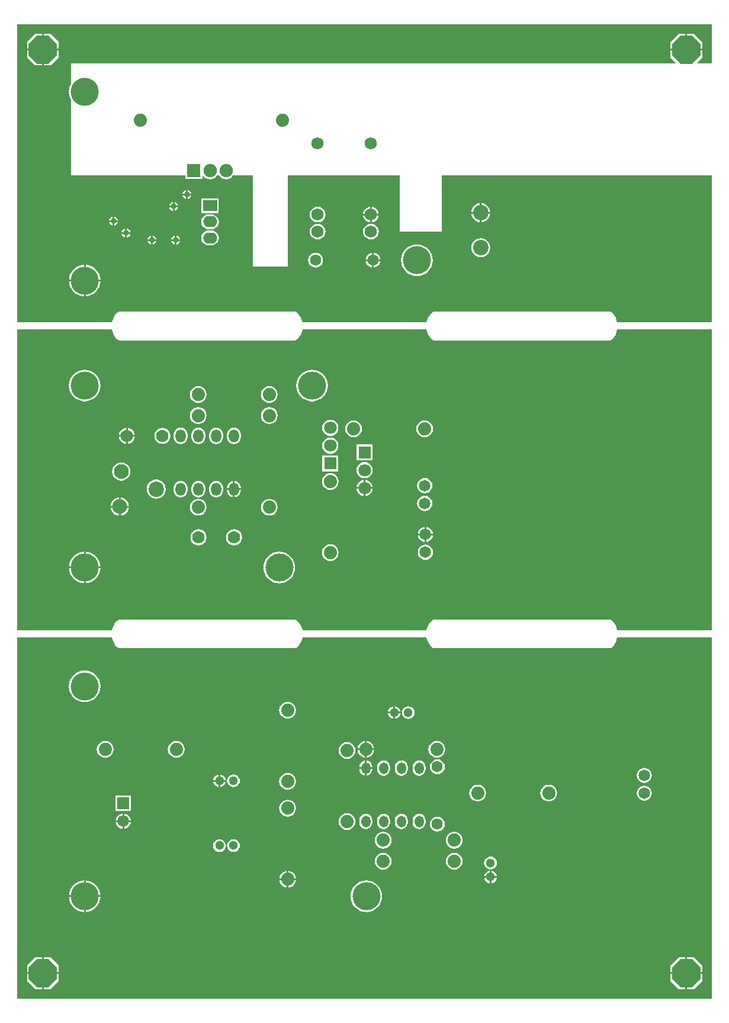
<source format=gbl>
G04*
G04 #@! TF.GenerationSoftware,Altium Limited,Altium Designer,20.0.13 (296)*
G04*
G04 Layer_Physical_Order=2*
G04 Layer_Color=16711680*
%FSLAX25Y25*%
%MOIN*%
G70*
G01*
G75*
%ADD38C,0.07400*%
%ADD44C,0.08661*%
%ADD45C,0.06800*%
%ADD46R,0.07874X0.06299*%
%ADD47O,0.07874X0.06299*%
%ADD48C,0.07480*%
%ADD49R,0.07480X0.07480*%
%ADD50C,0.15748*%
%ADD51C,0.06299*%
%ADD52C,0.06500*%
%ADD53R,0.07087X0.07087*%
%ADD54C,0.07087*%
%ADD55O,0.05748X0.07185*%
%ADD56C,0.08268*%
%ADD57C,0.07000*%
%ADD58C,0.05118*%
%ADD59O,0.05197X0.06496*%
%ADD60C,0.06600*%
%ADD61R,0.06600X0.06600*%
%ADD62P,0.17046X8X22.5*%
%ADD63C,0.03150*%
G36*
X392280Y1421D02*
X1421D01*
Y204724D01*
X54601D01*
X54912Y203428D01*
X55547Y201896D01*
X56413Y200483D01*
X57435Y199287D01*
X57483Y199215D01*
X58204Y198733D01*
X59055Y198564D01*
X157480D01*
X158331Y198733D01*
X159053Y199215D01*
X159053Y199215D01*
X159053Y199215D01*
X159101Y199287D01*
X160122Y200483D01*
X160989Y201896D01*
X161623Y203428D01*
X161934Y204724D01*
X231767D01*
X232078Y203428D01*
X232712Y201896D01*
X233578Y200483D01*
X234600Y199287D01*
X234648Y199215D01*
X235369Y198733D01*
X236221Y198564D01*
X334646D01*
X335497Y198733D01*
X336218Y199215D01*
X336218Y199215D01*
X336218Y199215D01*
X336266Y199287D01*
X337288Y200483D01*
X338154Y201896D01*
X338788Y203428D01*
X339100Y204724D01*
X392280D01*
Y1421D01*
D02*
G37*
G36*
Y208661D02*
X339100D01*
X338788Y209958D01*
X338154Y211490D01*
X337288Y212903D01*
X336266Y214099D01*
X336218Y214171D01*
X336218Y214171D01*
X335497Y214653D01*
X334646Y214822D01*
X236221D01*
X235369Y214653D01*
X234648Y214171D01*
X234600Y214099D01*
X233578Y212903D01*
X232712Y211490D01*
X232078Y209958D01*
X231767Y208661D01*
X161934D01*
X161623Y209958D01*
X160989Y211490D01*
X160122Y212903D01*
X159101Y214099D01*
X159053Y214171D01*
X159053Y214171D01*
X158331Y214653D01*
X157480Y214822D01*
X59055D01*
X58204Y214653D01*
X57483Y214171D01*
X57435Y214099D01*
X56413Y212903D01*
X55547Y211490D01*
X54912Y209958D01*
X54601Y208661D01*
X1421D01*
Y377953D01*
X54601D01*
X54912Y376656D01*
X55547Y375125D01*
X56413Y373711D01*
X57435Y372515D01*
X57483Y372443D01*
X58204Y371961D01*
X59055Y371792D01*
X157480D01*
X158331Y371961D01*
X159053Y372443D01*
X159053Y372443D01*
X159053Y372443D01*
X159101Y372515D01*
X160122Y373711D01*
X160989Y375125D01*
X161623Y376656D01*
X161934Y377953D01*
X231767D01*
X232078Y376656D01*
X232712Y375125D01*
X233578Y373711D01*
X234600Y372515D01*
X234648Y372443D01*
X235369Y371961D01*
X236221Y371792D01*
X334646D01*
X335497Y371961D01*
X336218Y372443D01*
X336218Y372443D01*
X336218Y372443D01*
X336266Y372515D01*
X337288Y373711D01*
X338154Y375125D01*
X338788Y376656D01*
X339100Y377953D01*
X392280D01*
Y208661D01*
D02*
G37*
G36*
Y527559D02*
X384043D01*
X383852Y528021D01*
X386827Y530996D01*
Y534933D01*
X369079D01*
Y530996D01*
X372054Y528021D01*
X371863Y527559D01*
X31496D01*
Y515905D01*
X31132Y515223D01*
X30624Y513551D01*
X30453Y511811D01*
X30624Y510071D01*
X31132Y508399D01*
X31496Y507717D01*
Y464567D01*
X96047D01*
Y462583D01*
X105528D01*
Y464479D01*
X106028Y464508D01*
X106462Y463942D01*
X107452Y463182D01*
X108605Y462705D01*
X109843Y462542D01*
X111080Y462705D01*
X112233Y463182D01*
X113223Y463942D01*
X113703Y464567D01*
X115038D01*
X115517Y463942D01*
X116507Y463182D01*
X117660Y462705D01*
X118898Y462542D01*
X120135Y462705D01*
X121288Y463182D01*
X122278Y463942D01*
X122758Y464567D01*
X133858D01*
Y413386D01*
X153543D01*
Y464567D01*
X216535D01*
Y433071D01*
X240158D01*
Y464567D01*
X392280D01*
Y381890D01*
X339100D01*
X338788Y383186D01*
X338154Y384718D01*
X337288Y386131D01*
X336266Y387328D01*
X336218Y387399D01*
X336218Y387399D01*
X335497Y387881D01*
X334646Y388051D01*
X236221D01*
X235369Y387881D01*
X234648Y387399D01*
X234600Y387328D01*
X233578Y386131D01*
X232712Y384718D01*
X232078Y383186D01*
X231767Y381890D01*
X161934D01*
X161623Y383186D01*
X160989Y384718D01*
X160122Y386131D01*
X159101Y387328D01*
X159053Y387399D01*
X159053Y387399D01*
X158331Y387881D01*
X157480Y388051D01*
X59055D01*
X58204Y387881D01*
X57483Y387399D01*
X57435Y387328D01*
X56413Y386131D01*
X55547Y384718D01*
X54912Y383186D01*
X54601Y381890D01*
X1421D01*
Y549760D01*
X392280D01*
Y527559D01*
D02*
G37*
%LPC*%
G36*
X39370Y186082D02*
X37631Y185911D01*
X35958Y185404D01*
X34416Y184580D01*
X33065Y183471D01*
X31956Y182119D01*
X31132Y180578D01*
X30624Y178905D01*
X30453Y177165D01*
X30624Y175426D01*
X31132Y173753D01*
X31956Y172211D01*
X33065Y170860D01*
X34416Y169751D01*
X35958Y168927D01*
X37631Y168420D01*
X39370Y168248D01*
X41110Y168420D01*
X42783Y168927D01*
X44324Y169751D01*
X45675Y170860D01*
X46784Y172211D01*
X47608Y173753D01*
X48116Y175426D01*
X48287Y177165D01*
X48116Y178905D01*
X47608Y180578D01*
X46784Y182119D01*
X45675Y183471D01*
X44324Y184580D01*
X42783Y185404D01*
X41110Y185911D01*
X39370Y186082D01*
D02*
G37*
G36*
X214083Y165926D02*
Y162902D01*
X217107D01*
X217050Y163331D01*
X216691Y164197D01*
X216121Y164940D01*
X215378Y165511D01*
X214512Y165869D01*
X214083Y165926D01*
D02*
G37*
G36*
X213083Y165926D02*
X212654Y165869D01*
X211788Y165511D01*
X211044Y164940D01*
X210474Y164197D01*
X210115Y163331D01*
X210059Y162902D01*
X213083D01*
Y165926D01*
D02*
G37*
G36*
X153543Y168441D02*
X152316Y168280D01*
X151173Y167806D01*
X150191Y167053D01*
X149438Y166071D01*
X148964Y164928D01*
X148803Y163701D01*
X148964Y162474D01*
X149438Y161330D01*
X150191Y160349D01*
X151173Y159595D01*
X152316Y159122D01*
X153543Y158960D01*
X154770Y159122D01*
X155914Y159595D01*
X156895Y160349D01*
X157649Y161330D01*
X158122Y162474D01*
X158284Y163701D01*
X158122Y164928D01*
X157649Y166071D01*
X156895Y167053D01*
X155914Y167806D01*
X154770Y168280D01*
X153543Y168441D01*
D02*
G37*
G36*
X213083Y161902D02*
X210059D01*
X210115Y161473D01*
X210474Y160607D01*
X211044Y159863D01*
X211788Y159293D01*
X212654Y158934D01*
X213083Y158878D01*
Y161902D01*
D02*
G37*
G36*
X217107D02*
X214083D01*
Y158878D01*
X214512Y158934D01*
X215378Y159293D01*
X216121Y159863D01*
X216691Y160607D01*
X217050Y161473D01*
X217107Y161902D01*
D02*
G37*
G36*
X221457Y165991D02*
X220528Y165869D01*
X219662Y165511D01*
X218918Y164940D01*
X218348Y164197D01*
X217989Y163331D01*
X217867Y162402D01*
X217989Y161473D01*
X218348Y160607D01*
X218918Y159863D01*
X219662Y159293D01*
X220528Y158934D01*
X221457Y158812D01*
X222386Y158934D01*
X223252Y159293D01*
X223995Y159863D01*
X224566Y160607D01*
X224924Y161473D01*
X225046Y162402D01*
X224924Y163331D01*
X224566Y164197D01*
X223995Y164940D01*
X223252Y165511D01*
X222386Y165869D01*
X221457Y165991D01*
D02*
G37*
G36*
X198020Y146407D02*
Y142232D01*
X202194D01*
X202099Y142959D01*
X201625Y144103D01*
X200872Y145084D01*
X199890Y145838D01*
X198747Y146311D01*
X198020Y146407D01*
D02*
G37*
G36*
X197020D02*
X196293Y146311D01*
X195149Y145838D01*
X194168Y145084D01*
X193414Y144103D01*
X192941Y142959D01*
X192845Y142232D01*
X197020D01*
Y146407D01*
D02*
G37*
G36*
X202194Y141232D02*
X198020D01*
Y137057D01*
X198747Y137153D01*
X199890Y137627D01*
X200872Y138380D01*
X201625Y139362D01*
X202099Y140505D01*
X202194Y141232D01*
D02*
G37*
G36*
X197020D02*
X192845D01*
X192941Y140505D01*
X193414Y139362D01*
X194168Y138380D01*
X195149Y137627D01*
X196293Y137153D01*
X197020Y137057D01*
Y141232D01*
D02*
G37*
G36*
X237520Y146473D02*
X236293Y146311D01*
X235149Y145838D01*
X234168Y145084D01*
X233414Y144103D01*
X232941Y142959D01*
X232779Y141732D01*
X232941Y140505D01*
X233414Y139362D01*
X234168Y138380D01*
X235149Y137627D01*
X236293Y137153D01*
X237520Y136992D01*
X238747Y137153D01*
X239890Y137627D01*
X240872Y138380D01*
X241625Y139362D01*
X242099Y140505D01*
X242260Y141732D01*
X242099Y142959D01*
X241625Y144103D01*
X240872Y145084D01*
X239890Y145838D01*
X238747Y146311D01*
X237520Y146473D01*
D02*
G37*
G36*
X90866D02*
X89639Y146311D01*
X88496Y145838D01*
X87514Y145084D01*
X86761Y144103D01*
X86287Y142959D01*
X86126Y141732D01*
X86287Y140505D01*
X86761Y139362D01*
X87514Y138380D01*
X88496Y137627D01*
X89639Y137153D01*
X90866Y136992D01*
X92093Y137153D01*
X93236Y137627D01*
X94218Y138380D01*
X94972Y139362D01*
X95445Y140505D01*
X95607Y141732D01*
X95445Y142959D01*
X94972Y144103D01*
X94218Y145084D01*
X93236Y145838D01*
X92093Y146311D01*
X90866Y146473D01*
D02*
G37*
G36*
X50866D02*
X49639Y146311D01*
X48496Y145838D01*
X47514Y145084D01*
X46761Y144103D01*
X46287Y142959D01*
X46126Y141732D01*
X46287Y140505D01*
X46761Y139362D01*
X47514Y138380D01*
X48496Y137627D01*
X49639Y137153D01*
X50866Y136992D01*
X52093Y137153D01*
X53236Y137627D01*
X54218Y138380D01*
X54972Y139362D01*
X55445Y140505D01*
X55607Y141732D01*
X55445Y142959D01*
X54972Y144103D01*
X54218Y145084D01*
X53236Y145838D01*
X52093Y146311D01*
X50866Y146473D01*
D02*
G37*
G36*
X187008Y145803D02*
X185781Y145642D01*
X184638Y145168D01*
X183656Y144415D01*
X182902Y143433D01*
X182429Y142290D01*
X182267Y141063D01*
X182429Y139836D01*
X182902Y138693D01*
X183656Y137711D01*
X184638Y136958D01*
X185781Y136484D01*
X187008Y136322D01*
X188235Y136484D01*
X189378Y136958D01*
X190360Y137711D01*
X191113Y138693D01*
X191587Y139836D01*
X191748Y141063D01*
X191587Y142290D01*
X191113Y143433D01*
X190360Y144415D01*
X189378Y145168D01*
X188235Y145642D01*
X187008Y145803D01*
D02*
G37*
G36*
X198099Y135355D02*
Y131642D01*
X201228D01*
Y131791D01*
X201104Y132731D01*
X200742Y133606D01*
X200165Y134358D01*
X199413Y134935D01*
X198538Y135297D01*
X198099Y135355D01*
D02*
G37*
G36*
X197099Y135355D02*
X196659Y135297D01*
X195784Y134935D01*
X195032Y134358D01*
X194455Y133606D01*
X194093Y132731D01*
X193969Y131791D01*
Y131642D01*
X197099D01*
Y135355D01*
D02*
G37*
G36*
X237795Y136075D02*
X236712Y135933D01*
X235703Y135514D01*
X234836Y134849D01*
X234171Y133982D01*
X233752Y132973D01*
X233610Y131890D01*
X233752Y130807D01*
X234171Y129797D01*
X234836Y128930D01*
X235703Y128265D01*
X236712Y127847D01*
X237795Y127704D01*
X238878Y127847D01*
X239888Y128265D01*
X240755Y128930D01*
X241420Y129797D01*
X241838Y130807D01*
X241981Y131890D01*
X241838Y132973D01*
X241420Y133982D01*
X240755Y134849D01*
X239888Y135514D01*
X238878Y135933D01*
X237795Y136075D01*
D02*
G37*
G36*
X201228Y130642D02*
X198099D01*
Y126928D01*
X198538Y126986D01*
X199413Y127349D01*
X200165Y127926D01*
X200742Y128677D01*
X201104Y129553D01*
X201228Y130492D01*
Y130642D01*
D02*
G37*
G36*
X197099D02*
X193969D01*
Y130492D01*
X194093Y129553D01*
X194455Y128677D01*
X195032Y127926D01*
X195784Y127349D01*
X196659Y126986D01*
X197099Y126928D01*
Y130642D01*
D02*
G37*
G36*
X227598Y135421D02*
X226659Y135297D01*
X225784Y134935D01*
X225032Y134358D01*
X224455Y133606D01*
X224093Y132731D01*
X223969Y131791D01*
Y130492D01*
X224093Y129553D01*
X224455Y128677D01*
X225032Y127926D01*
X225784Y127349D01*
X226659Y126986D01*
X227598Y126863D01*
X228538Y126986D01*
X229413Y127349D01*
X230165Y127926D01*
X230742Y128677D01*
X231104Y129553D01*
X231228Y130492D01*
Y131791D01*
X231104Y132731D01*
X230742Y133606D01*
X230165Y134358D01*
X229413Y134935D01*
X228538Y135297D01*
X227598Y135421D01*
D02*
G37*
G36*
X217598D02*
X216659Y135297D01*
X215784Y134935D01*
X215032Y134358D01*
X214455Y133606D01*
X214093Y132731D01*
X213969Y131791D01*
Y130492D01*
X214093Y129553D01*
X214455Y128677D01*
X215032Y127926D01*
X215784Y127349D01*
X216659Y126986D01*
X217598Y126863D01*
X218538Y126986D01*
X219413Y127349D01*
X220165Y127926D01*
X220742Y128677D01*
X221104Y129553D01*
X221228Y130492D01*
Y131791D01*
X221104Y132731D01*
X220742Y133606D01*
X220165Y134358D01*
X219413Y134935D01*
X218538Y135297D01*
X217598Y135421D01*
D02*
G37*
G36*
X207598D02*
X206659Y135297D01*
X205784Y134935D01*
X205032Y134358D01*
X204455Y133606D01*
X204093Y132731D01*
X203969Y131791D01*
Y130492D01*
X204093Y129553D01*
X204455Y128677D01*
X205032Y127926D01*
X205784Y127349D01*
X206659Y126986D01*
X207598Y126863D01*
X208538Y126986D01*
X209413Y127349D01*
X210165Y127926D01*
X210742Y128677D01*
X211104Y129553D01*
X211228Y130492D01*
Y131791D01*
X211104Y132731D01*
X210742Y133606D01*
X210165Y134358D01*
X209413Y134935D01*
X208538Y135297D01*
X207598Y135421D01*
D02*
G37*
G36*
X115657Y127540D02*
Y124516D01*
X118681D01*
X118625Y124945D01*
X118266Y125811D01*
X117696Y126554D01*
X116952Y127125D01*
X116087Y127483D01*
X115657Y127540D01*
D02*
G37*
G36*
X114657Y127540D02*
X114228Y127483D01*
X113363Y127125D01*
X112619Y126554D01*
X112049Y125811D01*
X111690Y124945D01*
X111634Y124516D01*
X114657D01*
Y127540D01*
D02*
G37*
G36*
X354331Y131334D02*
X353221Y131188D01*
X352187Y130760D01*
X351300Y130078D01*
X350618Y129191D01*
X350190Y128157D01*
X350044Y127047D01*
X350190Y125938D01*
X350618Y124904D01*
X351300Y124016D01*
X352187Y123335D01*
X353221Y122907D01*
X354331Y122761D01*
X355440Y122907D01*
X356474Y123335D01*
X357362Y124016D01*
X358043Y124904D01*
X358471Y125938D01*
X358617Y127047D01*
X358471Y128157D01*
X358043Y129191D01*
X357362Y130078D01*
X356474Y130760D01*
X355440Y131188D01*
X354331Y131334D01*
D02*
G37*
G36*
X114657Y123516D02*
X111634D01*
X111690Y123087D01*
X112049Y122221D01*
X112619Y121478D01*
X113363Y120907D01*
X114228Y120548D01*
X114657Y120492D01*
Y123516D01*
D02*
G37*
G36*
X118681D02*
X115657D01*
Y120492D01*
X116087Y120548D01*
X116952Y120907D01*
X117696Y121478D01*
X118266Y122221D01*
X118625Y123087D01*
X118681Y123516D01*
D02*
G37*
G36*
X123031Y127606D02*
X122102Y127483D01*
X121237Y127125D01*
X120493Y126554D01*
X119923Y125811D01*
X119564Y124945D01*
X119442Y124016D01*
X119564Y123087D01*
X119923Y122221D01*
X120493Y121478D01*
X121237Y120907D01*
X122102Y120548D01*
X123031Y120426D01*
X123961Y120548D01*
X124826Y120907D01*
X125570Y121478D01*
X126140Y122221D01*
X126499Y123087D01*
X126621Y124016D01*
X126499Y124945D01*
X126140Y125811D01*
X125570Y126554D01*
X124826Y127125D01*
X123961Y127483D01*
X123031Y127606D01*
D02*
G37*
G36*
X153543Y128441D02*
X152316Y128280D01*
X151173Y127806D01*
X150191Y127053D01*
X149438Y126071D01*
X148964Y124928D01*
X148803Y123701D01*
X148964Y122474D01*
X149438Y121330D01*
X150191Y120349D01*
X151173Y119595D01*
X152316Y119122D01*
X153543Y118960D01*
X154770Y119122D01*
X155914Y119595D01*
X156895Y120349D01*
X157649Y121330D01*
X158122Y122474D01*
X158284Y123701D01*
X158122Y124928D01*
X157649Y126071D01*
X156895Y127053D01*
X155914Y127806D01*
X154770Y128280D01*
X153543Y128441D01*
D02*
G37*
G36*
X354331Y121334D02*
X353221Y121188D01*
X352187Y120760D01*
X351300Y120078D01*
X350618Y119191D01*
X350190Y118157D01*
X350044Y117047D01*
X350190Y115938D01*
X350618Y114904D01*
X351300Y114016D01*
X352187Y113335D01*
X353221Y112907D01*
X354331Y112761D01*
X355440Y112907D01*
X356474Y113335D01*
X357362Y114016D01*
X358043Y114904D01*
X358471Y115938D01*
X358617Y117047D01*
X358471Y118157D01*
X358043Y119191D01*
X357362Y120078D01*
X356474Y120760D01*
X355440Y121188D01*
X354331Y121334D01*
D02*
G37*
G36*
X300512Y121867D02*
X299285Y121705D01*
X298142Y121231D01*
X297160Y120478D01*
X296406Y119496D01*
X295933Y118353D01*
X295771Y117126D01*
X295933Y115899D01*
X296406Y114756D01*
X297160Y113774D01*
X298142Y113021D01*
X299285Y112547D01*
X300512Y112385D01*
X301739Y112547D01*
X302882Y113021D01*
X303864Y113774D01*
X304617Y114756D01*
X305091Y115899D01*
X305252Y117126D01*
X305091Y118353D01*
X304617Y119496D01*
X303864Y120478D01*
X302882Y121231D01*
X301739Y121705D01*
X300512Y121867D01*
D02*
G37*
G36*
X260512D02*
X259285Y121705D01*
X258141Y121231D01*
X257160Y120478D01*
X256406Y119496D01*
X255933Y118353D01*
X255771Y117126D01*
X255933Y115899D01*
X256406Y114756D01*
X257160Y113774D01*
X258141Y113021D01*
X259285Y112547D01*
X260512Y112385D01*
X261739Y112547D01*
X262882Y113021D01*
X263864Y113774D01*
X264617Y114756D01*
X265091Y115899D01*
X265252Y117126D01*
X265091Y118353D01*
X264617Y119496D01*
X263864Y120478D01*
X262882Y121231D01*
X261739Y121705D01*
X260512Y121867D01*
D02*
G37*
G36*
X65324Y115599D02*
X56724D01*
Y106999D01*
X65324D01*
Y115599D01*
D02*
G37*
G36*
X153543Y113323D02*
X152316Y113162D01*
X151173Y112688D01*
X150191Y111935D01*
X149438Y110953D01*
X148964Y109810D01*
X148803Y108583D01*
X148964Y107356D01*
X149438Y106212D01*
X150191Y105231D01*
X151173Y104477D01*
X152316Y104004D01*
X153543Y103842D01*
X154770Y104004D01*
X155914Y104477D01*
X156895Y105231D01*
X157649Y106212D01*
X158122Y107356D01*
X158284Y108583D01*
X158122Y109810D01*
X157649Y110953D01*
X156895Y111935D01*
X155914Y112688D01*
X154770Y113162D01*
X153543Y113323D01*
D02*
G37*
G36*
X61524Y105570D02*
Y101799D01*
X65295D01*
X65213Y102422D01*
X64780Y103468D01*
X64090Y104366D01*
X63192Y105055D01*
X62146Y105489D01*
X61524Y105570D01*
D02*
G37*
G36*
X60524D02*
X59901Y105489D01*
X58855Y105055D01*
X57957Y104366D01*
X57268Y103468D01*
X56834Y102422D01*
X56752Y101799D01*
X60524D01*
Y105570D01*
D02*
G37*
G36*
X65295Y100799D02*
X61524D01*
Y97028D01*
X62146Y97110D01*
X63192Y97543D01*
X64090Y98232D01*
X64780Y99131D01*
X65213Y100177D01*
X65295Y100799D01*
D02*
G37*
G36*
X60524D02*
X56752D01*
X56834Y100177D01*
X57268Y99131D01*
X57957Y98232D01*
X58855Y97543D01*
X59901Y97110D01*
X60524Y97028D01*
Y100799D01*
D02*
G37*
G36*
X227598Y105421D02*
X226659Y105297D01*
X225784Y104935D01*
X225032Y104358D01*
X224455Y103606D01*
X224093Y102731D01*
X223969Y101791D01*
Y100492D01*
X224093Y99553D01*
X224455Y98677D01*
X225032Y97926D01*
X225784Y97349D01*
X226659Y96986D01*
X227598Y96863D01*
X228538Y96986D01*
X229413Y97349D01*
X230165Y97926D01*
X230742Y98677D01*
X231104Y99553D01*
X231228Y100492D01*
Y101791D01*
X231104Y102731D01*
X230742Y103606D01*
X230165Y104358D01*
X229413Y104935D01*
X228538Y105297D01*
X227598Y105421D01*
D02*
G37*
G36*
X217598D02*
X216659Y105297D01*
X215784Y104935D01*
X215032Y104358D01*
X214455Y103606D01*
X214093Y102731D01*
X213969Y101791D01*
Y100492D01*
X214093Y99553D01*
X214455Y98677D01*
X215032Y97926D01*
X215784Y97349D01*
X216659Y96986D01*
X217598Y96863D01*
X218538Y96986D01*
X219413Y97349D01*
X220165Y97926D01*
X220742Y98677D01*
X221104Y99553D01*
X221228Y100492D01*
Y101791D01*
X221104Y102731D01*
X220742Y103606D01*
X220165Y104358D01*
X219413Y104935D01*
X218538Y105297D01*
X217598Y105421D01*
D02*
G37*
G36*
X207598D02*
X206659Y105297D01*
X205784Y104935D01*
X205032Y104358D01*
X204455Y103606D01*
X204093Y102731D01*
X203969Y101791D01*
Y100492D01*
X204093Y99553D01*
X204455Y98677D01*
X205032Y97926D01*
X205784Y97349D01*
X206659Y96986D01*
X207598Y96863D01*
X208538Y96986D01*
X209413Y97349D01*
X210165Y97926D01*
X210742Y98677D01*
X211104Y99553D01*
X211228Y100492D01*
Y101791D01*
X211104Y102731D01*
X210742Y103606D01*
X210165Y104358D01*
X209413Y104935D01*
X208538Y105297D01*
X207598Y105421D01*
D02*
G37*
G36*
X197598D02*
X196659Y105297D01*
X195784Y104935D01*
X195032Y104358D01*
X194455Y103606D01*
X194093Y102731D01*
X193969Y101791D01*
Y100492D01*
X194093Y99553D01*
X194455Y98677D01*
X195032Y97926D01*
X195784Y97349D01*
X196659Y96986D01*
X197598Y96863D01*
X198538Y96986D01*
X199413Y97349D01*
X200165Y97926D01*
X200742Y98677D01*
X201104Y99553D01*
X201228Y100492D01*
Y101791D01*
X201104Y102731D01*
X200742Y103606D01*
X200165Y104358D01*
X199413Y104935D01*
X198538Y105297D01*
X197598Y105421D01*
D02*
G37*
G36*
X187008Y105804D02*
X185781Y105642D01*
X184638Y105168D01*
X183656Y104415D01*
X182902Y103433D01*
X182429Y102290D01*
X182267Y101063D01*
X182429Y99836D01*
X182902Y98693D01*
X183656Y97711D01*
X184638Y96957D01*
X185781Y96484D01*
X187008Y96322D01*
X188235Y96484D01*
X189378Y96957D01*
X190360Y97711D01*
X191113Y98693D01*
X191587Y99836D01*
X191748Y101063D01*
X191587Y102290D01*
X191113Y103433D01*
X190360Y104415D01*
X189378Y105168D01*
X188235Y105642D01*
X187008Y105804D01*
D02*
G37*
G36*
X237795Y103792D02*
X236712Y103649D01*
X235703Y103231D01*
X234836Y102566D01*
X234171Y101699D01*
X233752Y100690D01*
X233610Y99606D01*
X233752Y98523D01*
X234171Y97514D01*
X234836Y96647D01*
X235703Y95982D01*
X236712Y95564D01*
X237795Y95421D01*
X238878Y95564D01*
X239888Y95982D01*
X240755Y96647D01*
X241420Y97514D01*
X241838Y98523D01*
X241981Y99606D01*
X241838Y100690D01*
X241420Y101699D01*
X240755Y102566D01*
X239888Y103231D01*
X238878Y103649D01*
X237795Y103792D01*
D02*
G37*
G36*
X247362Y95292D02*
X246135Y95130D01*
X244992Y94657D01*
X244010Y93903D01*
X243257Y92922D01*
X242783Y91778D01*
X242622Y90551D01*
X242783Y89324D01*
X243257Y88181D01*
X244010Y87199D01*
X244992Y86446D01*
X246135Y85972D01*
X247362Y85811D01*
X248589Y85972D01*
X249732Y86446D01*
X250714Y87199D01*
X251468Y88181D01*
X251941Y89324D01*
X252103Y90551D01*
X251941Y91778D01*
X251468Y92922D01*
X250714Y93903D01*
X249732Y94657D01*
X248589Y95130D01*
X247362Y95292D01*
D02*
G37*
G36*
X207362D02*
X206135Y95130D01*
X204992Y94657D01*
X204010Y93903D01*
X203257Y92922D01*
X202783Y91778D01*
X202622Y90551D01*
X202783Y89324D01*
X203257Y88181D01*
X204010Y87199D01*
X204992Y86446D01*
X206135Y85972D01*
X207362Y85811D01*
X208589Y85972D01*
X209733Y86446D01*
X210714Y87199D01*
X211468Y88181D01*
X211941Y89324D01*
X212103Y90551D01*
X211941Y91778D01*
X211468Y92922D01*
X210714Y93903D01*
X209733Y94657D01*
X208589Y95130D01*
X207362Y95292D01*
D02*
G37*
G36*
X123031Y91188D02*
X122102Y91066D01*
X121237Y90707D01*
X120493Y90137D01*
X119923Y89393D01*
X119564Y88527D01*
X119442Y87598D01*
X119564Y86669D01*
X119923Y85803D01*
X120493Y85060D01*
X121237Y84489D01*
X122102Y84131D01*
X123031Y84009D01*
X123961Y84131D01*
X124826Y84489D01*
X125570Y85060D01*
X126140Y85803D01*
X126499Y86669D01*
X126621Y87598D01*
X126499Y88527D01*
X126140Y89393D01*
X125570Y90137D01*
X124826Y90707D01*
X123961Y91066D01*
X123031Y91188D01*
D02*
G37*
G36*
X115157D02*
X114228Y91066D01*
X113363Y90707D01*
X112619Y90137D01*
X112049Y89393D01*
X111690Y88527D01*
X111568Y87598D01*
X111690Y86669D01*
X112049Y85803D01*
X112619Y85060D01*
X113363Y84489D01*
X114228Y84131D01*
X115157Y84009D01*
X116087Y84131D01*
X116952Y84489D01*
X117696Y85060D01*
X118266Y85803D01*
X118625Y86669D01*
X118747Y87598D01*
X118625Y88527D01*
X118266Y89393D01*
X117696Y90137D01*
X116952Y90707D01*
X116087Y91066D01*
X115157Y91188D01*
D02*
G37*
G36*
X267716Y81346D02*
X266787Y81223D01*
X265921Y80865D01*
X265178Y80294D01*
X264608Y79551D01*
X264249Y78685D01*
X264127Y77756D01*
X264249Y76827D01*
X264608Y75961D01*
X265178Y75218D01*
X265921Y74647D01*
X266787Y74288D01*
X267716Y74166D01*
X268645Y74288D01*
X269511Y74647D01*
X270255Y75218D01*
X270825Y75961D01*
X271184Y76827D01*
X271306Y77756D01*
X271184Y78685D01*
X270825Y79551D01*
X270255Y80294D01*
X269511Y80865D01*
X268645Y81223D01*
X267716Y81346D01*
D02*
G37*
G36*
X247362Y83481D02*
X246135Y83319D01*
X244992Y82846D01*
X244010Y82092D01*
X243257Y81110D01*
X242783Y79967D01*
X242622Y78740D01*
X242783Y77513D01*
X243257Y76370D01*
X244010Y75388D01*
X244992Y74635D01*
X246135Y74161D01*
X247362Y74000D01*
X248589Y74161D01*
X249732Y74635D01*
X250714Y75388D01*
X251468Y76370D01*
X251941Y77513D01*
X252103Y78740D01*
X251941Y79967D01*
X251468Y81110D01*
X250714Y82092D01*
X249732Y82846D01*
X248589Y83319D01*
X247362Y83481D01*
D02*
G37*
G36*
X207362D02*
X206135Y83319D01*
X204992Y82846D01*
X204010Y82092D01*
X203257Y81110D01*
X202783Y79967D01*
X202622Y78740D01*
X202783Y77513D01*
X203257Y76370D01*
X204010Y75388D01*
X204992Y74635D01*
X206135Y74161D01*
X207362Y74000D01*
X208589Y74161D01*
X209733Y74635D01*
X210714Y75388D01*
X211468Y76370D01*
X211941Y77513D01*
X212103Y78740D01*
X211941Y79967D01*
X211468Y81110D01*
X210714Y82092D01*
X209733Y82846D01*
X208589Y83319D01*
X207362Y83481D01*
D02*
G37*
G36*
X268216Y73406D02*
Y70382D01*
X271240D01*
X271184Y70811D01*
X270825Y71677D01*
X270255Y72420D01*
X269511Y72991D01*
X268645Y73349D01*
X268216Y73406D01*
D02*
G37*
G36*
X267216Y73406D02*
X266787Y73349D01*
X265921Y72991D01*
X265178Y72420D01*
X264608Y71677D01*
X264249Y70811D01*
X264192Y70382D01*
X267216D01*
Y73406D01*
D02*
G37*
G36*
X154043Y73257D02*
Y69083D01*
X158218D01*
X158122Y69810D01*
X157649Y70953D01*
X156895Y71935D01*
X155914Y72688D01*
X154770Y73162D01*
X154043Y73257D01*
D02*
G37*
G36*
X153043Y73257D02*
X152316Y73162D01*
X151173Y72688D01*
X150191Y71935D01*
X149438Y70953D01*
X148964Y69810D01*
X148869Y69083D01*
X153043D01*
Y73257D01*
D02*
G37*
G36*
X267216Y69382D02*
X264192D01*
X264249Y68953D01*
X264608Y68087D01*
X265178Y67344D01*
X265921Y66773D01*
X266787Y66414D01*
X267216Y66358D01*
Y69382D01*
D02*
G37*
G36*
X271240D02*
X268216D01*
Y66358D01*
X268645Y66414D01*
X269511Y66773D01*
X270255Y67344D01*
X270825Y68087D01*
X271184Y68953D01*
X271240Y69382D01*
D02*
G37*
G36*
X158218Y68083D02*
X154043D01*
Y63908D01*
X154770Y64004D01*
X155914Y64477D01*
X156895Y65231D01*
X157649Y66212D01*
X158122Y67356D01*
X158218Y68083D01*
D02*
G37*
G36*
X153043D02*
X148869D01*
X148964Y67356D01*
X149438Y66212D01*
X150191Y65231D01*
X151173Y64477D01*
X152316Y64004D01*
X153043Y63908D01*
Y68083D01*
D02*
G37*
G36*
X39870Y67923D02*
Y59555D01*
X48238D01*
X48116Y60795D01*
X47608Y62467D01*
X46784Y64009D01*
X45675Y65360D01*
X44324Y66469D01*
X42783Y67293D01*
X41110Y67801D01*
X39870Y67923D01*
D02*
G37*
G36*
X38870D02*
X37631Y67801D01*
X35958Y67293D01*
X34416Y66469D01*
X33065Y65360D01*
X31956Y64009D01*
X31132Y62467D01*
X30624Y60795D01*
X30502Y59555D01*
X38870D01*
Y67923D01*
D02*
G37*
G36*
X48238Y58555D02*
X39870D01*
Y50187D01*
X41110Y50309D01*
X42783Y50817D01*
X44324Y51641D01*
X45675Y52750D01*
X46784Y54101D01*
X47608Y55643D01*
X48116Y57315D01*
X48238Y58555D01*
D02*
G37*
G36*
X38870D02*
X30502D01*
X30624Y57315D01*
X31132Y55643D01*
X31956Y54101D01*
X33065Y52750D01*
X34416Y51641D01*
X35958Y50817D01*
X37631Y50309D01*
X38870Y50187D01*
Y58555D01*
D02*
G37*
G36*
X197835Y67972D02*
X196095Y67801D01*
X194422Y67293D01*
X192881Y66469D01*
X191529Y65360D01*
X190420Y64009D01*
X189596Y62467D01*
X189089Y60795D01*
X188918Y59055D01*
X189089Y57315D01*
X189596Y55643D01*
X190420Y54101D01*
X191529Y52750D01*
X192881Y51641D01*
X194422Y50817D01*
X196095Y50309D01*
X197835Y50138D01*
X199574Y50309D01*
X201247Y50817D01*
X202789Y51641D01*
X204140Y52750D01*
X205249Y54101D01*
X206073Y55643D01*
X206580Y57315D01*
X206752Y59055D01*
X206580Y60795D01*
X206073Y62467D01*
X205249Y64009D01*
X204140Y65360D01*
X202789Y66469D01*
X201247Y67293D01*
X199574Y67801D01*
X197835Y67972D01*
D02*
G37*
G36*
X382390Y24622D02*
X378453D01*
Y16248D01*
X386827D01*
Y20185D01*
X382390Y24622D01*
D02*
G37*
G36*
X377453D02*
X373516D01*
X369079Y20185D01*
Y16248D01*
X377453D01*
Y24622D01*
D02*
G37*
G36*
X20185D02*
X16248D01*
Y16248D01*
X24622D01*
Y20185D01*
X20185Y24622D01*
D02*
G37*
G36*
X15248D02*
X11311D01*
X6874Y20185D01*
Y16248D01*
X15248D01*
Y24622D01*
D02*
G37*
G36*
X386827Y15248D02*
X378453D01*
Y6874D01*
X382390D01*
X386827Y11311D01*
Y15248D01*
D02*
G37*
G36*
X377453D02*
X369079D01*
Y11311D01*
X373516Y6874D01*
X377453D01*
Y15248D01*
D02*
G37*
G36*
X24622D02*
X16248D01*
Y6874D01*
X20185D01*
X24622Y11311D01*
Y15248D01*
D02*
G37*
G36*
X15248D02*
X6874D01*
Y11311D01*
X11311Y6874D01*
X15248D01*
Y15248D01*
D02*
G37*
G36*
X167323Y355374D02*
X165583Y355202D01*
X163910Y354695D01*
X162369Y353871D01*
X161018Y352762D01*
X159909Y351411D01*
X159085Y349869D01*
X158577Y348196D01*
X158406Y346457D01*
X158577Y344717D01*
X159085Y343044D01*
X159909Y341503D01*
X161018Y340152D01*
X162369Y339042D01*
X163910Y338218D01*
X165583Y337711D01*
X167323Y337540D01*
X169062Y337711D01*
X170735Y338218D01*
X172277Y339042D01*
X173628Y340152D01*
X174737Y341503D01*
X175561Y343044D01*
X176068Y344717D01*
X176240Y346457D01*
X176068Y348196D01*
X175561Y349869D01*
X174737Y351411D01*
X173628Y352762D01*
X172277Y353871D01*
X170735Y354695D01*
X169062Y355202D01*
X167323Y355374D01*
D02*
G37*
G36*
X39370D02*
X37631Y355202D01*
X35958Y354695D01*
X34416Y353871D01*
X33065Y352762D01*
X31956Y351411D01*
X31132Y349869D01*
X30624Y348196D01*
X30453Y346457D01*
X30624Y344717D01*
X31132Y343044D01*
X31956Y341503D01*
X33065Y340152D01*
X34416Y339042D01*
X35958Y338218D01*
X37631Y337711D01*
X39370Y337540D01*
X41110Y337711D01*
X42783Y338218D01*
X44324Y339042D01*
X45675Y340152D01*
X46784Y341503D01*
X47608Y343044D01*
X48116Y344717D01*
X48287Y346457D01*
X48116Y348196D01*
X47608Y349869D01*
X46784Y351411D01*
X45675Y352762D01*
X44324Y353871D01*
X42783Y354695D01*
X41110Y355202D01*
X39370Y355374D01*
D02*
G37*
G36*
X143228Y346079D02*
X142001Y345918D01*
X140858Y345444D01*
X139876Y344691D01*
X139123Y343709D01*
X138649Y342565D01*
X138488Y341339D01*
X138649Y340112D01*
X139123Y338968D01*
X139876Y337986D01*
X140858Y337233D01*
X142001Y336760D01*
X143228Y336598D01*
X144455Y336760D01*
X145599Y337233D01*
X146580Y337986D01*
X147334Y338968D01*
X147807Y340112D01*
X147969Y341339D01*
X147807Y342565D01*
X147334Y343709D01*
X146580Y344691D01*
X145599Y345444D01*
X144455Y345918D01*
X143228Y346079D01*
D02*
G37*
G36*
X103228D02*
X102001Y345918D01*
X100858Y345444D01*
X99876Y344691D01*
X99123Y343709D01*
X98649Y342565D01*
X98488Y341339D01*
X98649Y340112D01*
X99123Y338968D01*
X99876Y337986D01*
X100858Y337233D01*
X102001Y336760D01*
X103228Y336598D01*
X104455Y336760D01*
X105599Y337233D01*
X106580Y337986D01*
X107334Y338968D01*
X107807Y340112D01*
X107969Y341339D01*
X107807Y342565D01*
X107334Y343709D01*
X106580Y344691D01*
X105599Y345444D01*
X104455Y345918D01*
X103228Y346079D01*
D02*
G37*
G36*
X143228Y334268D02*
X142001Y334107D01*
X140858Y333633D01*
X139876Y332880D01*
X139123Y331898D01*
X138649Y330754D01*
X138488Y329528D01*
X138649Y328301D01*
X139123Y327157D01*
X139876Y326175D01*
X140858Y325422D01*
X142001Y324949D01*
X143228Y324787D01*
X144455Y324949D01*
X145599Y325422D01*
X146580Y326175D01*
X147334Y327157D01*
X147807Y328301D01*
X147969Y329528D01*
X147807Y330754D01*
X147334Y331898D01*
X146580Y332880D01*
X145599Y333633D01*
X144455Y334107D01*
X143228Y334268D01*
D02*
G37*
G36*
X103228D02*
X102001Y334107D01*
X100858Y333633D01*
X99876Y332880D01*
X99123Y331898D01*
X98649Y330754D01*
X98488Y329528D01*
X98649Y328301D01*
X99123Y327157D01*
X99876Y326175D01*
X100858Y325422D01*
X102001Y324949D01*
X103228Y324787D01*
X104455Y324949D01*
X105599Y325422D01*
X106580Y326175D01*
X107334Y327157D01*
X107807Y328301D01*
X107969Y329528D01*
X107807Y330754D01*
X107334Y331898D01*
X106580Y332880D01*
X105599Y333633D01*
X104455Y334107D01*
X103228Y334268D01*
D02*
G37*
G36*
X63571Y322583D02*
Y318610D01*
X67544D01*
X67455Y319285D01*
X67002Y320380D01*
X66280Y321320D01*
X65340Y322041D01*
X64246Y322494D01*
X63571Y322583D01*
D02*
G37*
G36*
X62571D02*
X61896Y322494D01*
X60801Y322041D01*
X59861Y321320D01*
X59140Y320380D01*
X58687Y319285D01*
X58598Y318610D01*
X62571D01*
Y322583D01*
D02*
G37*
G36*
X177559Y327181D02*
X176373Y327025D01*
X175268Y326567D01*
X174319Y325839D01*
X173591Y324890D01*
X173133Y323784D01*
X172977Y322598D01*
X173133Y321412D01*
X173591Y320307D01*
X174319Y319358D01*
X175268Y318630D01*
X176373Y318172D01*
X177559Y318016D01*
X178745Y318172D01*
X179850Y318630D01*
X180799Y319358D01*
X181528Y320307D01*
X181985Y321412D01*
X182142Y322598D01*
X181985Y323784D01*
X181528Y324890D01*
X180799Y325839D01*
X179850Y326567D01*
X178745Y327025D01*
X177559Y327181D01*
D02*
G37*
G36*
X230630Y326788D02*
X229403Y326626D01*
X228260Y326153D01*
X227278Y325399D01*
X226524Y324417D01*
X226051Y323274D01*
X225889Y322047D01*
X226051Y320820D01*
X226524Y319677D01*
X227278Y318695D01*
X228260Y317942D01*
X229403Y317468D01*
X230630Y317307D01*
X231857Y317468D01*
X233000Y317942D01*
X233982Y318695D01*
X234735Y319677D01*
X235209Y320820D01*
X235370Y322047D01*
X235209Y323274D01*
X234735Y324417D01*
X233982Y325399D01*
X233000Y326153D01*
X231857Y326626D01*
X230630Y326788D01*
D02*
G37*
G36*
X190630D02*
X189403Y326626D01*
X188260Y326153D01*
X187278Y325399D01*
X186524Y324417D01*
X186051Y323274D01*
X185889Y322047D01*
X186051Y320820D01*
X186524Y319677D01*
X187278Y318695D01*
X188260Y317942D01*
X189403Y317468D01*
X190630Y317307D01*
X191857Y317468D01*
X193000Y317942D01*
X193982Y318695D01*
X194735Y319677D01*
X195209Y320820D01*
X195370Y322047D01*
X195209Y323274D01*
X194735Y324417D01*
X193982Y325399D01*
X193000Y326153D01*
X191857Y326626D01*
X190630Y326788D01*
D02*
G37*
G36*
X67544Y317610D02*
X63571D01*
Y313637D01*
X64246Y313726D01*
X65340Y314179D01*
X66280Y314901D01*
X67002Y315841D01*
X67455Y316935D01*
X67544Y317610D01*
D02*
G37*
G36*
X62571D02*
X58598D01*
X58687Y316935D01*
X59140Y315841D01*
X59861Y314901D01*
X60801Y314179D01*
X61896Y313726D01*
X62571Y313637D01*
Y317610D01*
D02*
G37*
G36*
X83071Y322649D02*
X81896Y322494D01*
X80801Y322041D01*
X79861Y321320D01*
X79140Y320380D01*
X78687Y319285D01*
X78532Y318110D01*
X78687Y316935D01*
X79140Y315841D01*
X79861Y314901D01*
X80801Y314179D01*
X81896Y313726D01*
X83071Y313571D01*
X84246Y313726D01*
X85340Y314179D01*
X86280Y314901D01*
X87002Y315841D01*
X87455Y316935D01*
X87610Y318110D01*
X87455Y319285D01*
X87002Y320380D01*
X86280Y321320D01*
X85340Y322041D01*
X84246Y322494D01*
X83071Y322649D01*
D02*
G37*
G36*
X123268Y322776D02*
X122256Y322642D01*
X121314Y322252D01*
X120505Y321631D01*
X119884Y320822D01*
X119493Y319879D01*
X119360Y318868D01*
Y317431D01*
X119493Y316420D01*
X119884Y315477D01*
X120505Y314668D01*
X121314Y314047D01*
X122256Y313657D01*
X123268Y313524D01*
X124279Y313657D01*
X125221Y314047D01*
X126031Y314668D01*
X126652Y315477D01*
X127042Y316420D01*
X127175Y317431D01*
Y318868D01*
X127042Y319879D01*
X126652Y320822D01*
X126031Y321631D01*
X125221Y322252D01*
X124279Y322642D01*
X123268Y322776D01*
D02*
G37*
G36*
X113268D02*
X112256Y322642D01*
X111314Y322252D01*
X110505Y321631D01*
X109884Y320822D01*
X109493Y319879D01*
X109360Y318868D01*
Y317431D01*
X109493Y316420D01*
X109884Y315477D01*
X110505Y314668D01*
X111314Y314047D01*
X112256Y313657D01*
X113268Y313524D01*
X114279Y313657D01*
X115221Y314047D01*
X116031Y314668D01*
X116652Y315477D01*
X117042Y316420D01*
X117175Y317431D01*
Y318868D01*
X117042Y319879D01*
X116652Y320822D01*
X116031Y321631D01*
X115221Y322252D01*
X114279Y322642D01*
X113268Y322776D01*
D02*
G37*
G36*
X103268D02*
X102256Y322642D01*
X101314Y322252D01*
X100505Y321631D01*
X99884Y320822D01*
X99493Y319879D01*
X99360Y318868D01*
Y317431D01*
X99493Y316420D01*
X99884Y315477D01*
X100505Y314668D01*
X101314Y314047D01*
X102256Y313657D01*
X103268Y313524D01*
X104279Y313657D01*
X105221Y314047D01*
X106031Y314668D01*
X106652Y315477D01*
X107042Y316420D01*
X107175Y317431D01*
Y318868D01*
X107042Y319879D01*
X106652Y320822D01*
X106031Y321631D01*
X105221Y322252D01*
X104279Y322642D01*
X103268Y322776D01*
D02*
G37*
G36*
X93268D02*
X92256Y322642D01*
X91314Y322252D01*
X90505Y321631D01*
X89884Y320822D01*
X89493Y319879D01*
X89360Y318868D01*
Y317431D01*
X89493Y316420D01*
X89884Y315477D01*
X90505Y314668D01*
X91314Y314047D01*
X92256Y313657D01*
X93268Y313524D01*
X94279Y313657D01*
X95221Y314047D01*
X96031Y314668D01*
X96652Y315477D01*
X97042Y316420D01*
X97175Y317431D01*
Y318868D01*
X97042Y319879D01*
X96652Y320822D01*
X96031Y321631D01*
X95221Y322252D01*
X94279Y322642D01*
X93268Y322776D01*
D02*
G37*
G36*
X177559Y317181D02*
X176373Y317025D01*
X175268Y316567D01*
X174319Y315839D01*
X173591Y314890D01*
X173133Y313785D01*
X172977Y312598D01*
X173133Y311412D01*
X173591Y310307D01*
X174319Y309358D01*
X175268Y308630D01*
X176373Y308172D01*
X177559Y308016D01*
X178745Y308172D01*
X179850Y308630D01*
X180799Y309358D01*
X181528Y310307D01*
X181985Y311412D01*
X182142Y312598D01*
X181985Y313785D01*
X181528Y314890D01*
X180799Y315839D01*
X179850Y316567D01*
X178745Y317025D01*
X177559Y317181D01*
D02*
G37*
G36*
X201394Y313362D02*
X192307D01*
Y304276D01*
X201394D01*
Y313362D01*
D02*
G37*
G36*
X182102Y307142D02*
X173016D01*
Y298055D01*
X182102D01*
Y307142D01*
D02*
G37*
G36*
X196850Y303401D02*
X195664Y303245D01*
X194559Y302787D01*
X193610Y302059D01*
X192882Y301110D01*
X192424Y300005D01*
X192268Y298819D01*
X192424Y297633D01*
X192882Y296528D01*
X193610Y295579D01*
X194559Y294850D01*
X195664Y294392D01*
X196850Y294236D01*
X198036Y294392D01*
X199142Y294850D01*
X200091Y295579D01*
X200819Y296528D01*
X201277Y297633D01*
X201433Y298819D01*
X201277Y300005D01*
X200819Y301110D01*
X200091Y302059D01*
X199142Y302787D01*
X198036Y303245D01*
X196850Y303401D01*
D02*
G37*
G36*
X59843Y303207D02*
X58502Y303031D01*
X57253Y302513D01*
X56181Y301691D01*
X55358Y300618D01*
X54841Y299369D01*
X54664Y298029D01*
X54841Y296689D01*
X55358Y295440D01*
X56181Y294368D01*
X57253Y293545D01*
X58502Y293027D01*
X59843Y292851D01*
X61183Y293027D01*
X62432Y293545D01*
X63504Y294368D01*
X64327Y295440D01*
X64844Y296689D01*
X65021Y298029D01*
X64844Y299369D01*
X64327Y300618D01*
X63504Y301691D01*
X62432Y302513D01*
X61183Y303031D01*
X59843Y303207D01*
D02*
G37*
G36*
X197350Y293336D02*
Y289319D01*
X201367D01*
X201277Y290005D01*
X200819Y291110D01*
X200091Y292059D01*
X199142Y292788D01*
X198036Y293245D01*
X197350Y293336D01*
D02*
G37*
G36*
X196350Y293336D02*
X195664Y293245D01*
X194559Y292788D01*
X193610Y292059D01*
X192882Y291110D01*
X192424Y290005D01*
X192334Y289319D01*
X196350D01*
Y293336D01*
D02*
G37*
G36*
X123768Y292710D02*
Y288650D01*
X127175D01*
Y288868D01*
X127042Y289879D01*
X126652Y290822D01*
X126031Y291631D01*
X125221Y292252D01*
X124279Y292642D01*
X123768Y292710D01*
D02*
G37*
G36*
X122768Y292710D02*
X122256Y292642D01*
X121314Y292252D01*
X120505Y291631D01*
X119884Y290822D01*
X119493Y289879D01*
X119360Y288868D01*
Y288650D01*
X122768D01*
Y292710D01*
D02*
G37*
G36*
X177559Y297182D02*
X176332Y297020D01*
X175189Y296546D01*
X174207Y295793D01*
X173454Y294811D01*
X172980Y293668D01*
X172819Y292441D01*
X172980Y291214D01*
X173454Y290071D01*
X174207Y289089D01*
X175189Y288335D01*
X176332Y287862D01*
X177559Y287700D01*
X178786Y287862D01*
X179929Y288335D01*
X180911Y289089D01*
X181665Y290071D01*
X182138Y291214D01*
X182300Y292441D01*
X182138Y293668D01*
X181665Y294811D01*
X180911Y295793D01*
X179929Y296546D01*
X178786Y297020D01*
X177559Y297182D01*
D02*
G37*
G36*
X230709Y294444D02*
X229599Y294298D01*
X228565Y293870D01*
X227677Y293189D01*
X226996Y292301D01*
X226568Y291267D01*
X226422Y290158D01*
X226568Y289048D01*
X226996Y288014D01*
X227677Y287126D01*
X228565Y286445D01*
X229599Y286017D01*
X230709Y285871D01*
X231818Y286017D01*
X232852Y286445D01*
X233740Y287126D01*
X234421Y288014D01*
X234849Y289048D01*
X234995Y290158D01*
X234849Y291267D01*
X234421Y292301D01*
X233740Y293189D01*
X232852Y293870D01*
X231818Y294298D01*
X230709Y294444D01*
D02*
G37*
G36*
X201367Y288319D02*
X197350D01*
Y284302D01*
X198036Y284392D01*
X199142Y284850D01*
X200091Y285579D01*
X200819Y286528D01*
X201277Y287633D01*
X201367Y288319D01*
D02*
G37*
G36*
X196350D02*
X192334D01*
X192424Y287633D01*
X192882Y286528D01*
X193610Y285579D01*
X194559Y284850D01*
X195664Y284392D01*
X196350Y284302D01*
Y288319D01*
D02*
G37*
G36*
X127175Y287650D02*
X123768D01*
Y283590D01*
X124279Y283657D01*
X125221Y284047D01*
X126031Y284668D01*
X126652Y285477D01*
X127042Y286420D01*
X127175Y287431D01*
Y287650D01*
D02*
G37*
G36*
X122768D02*
X119360D01*
Y287431D01*
X119493Y286420D01*
X119884Y285477D01*
X120505Y284668D01*
X121314Y284047D01*
X122256Y283657D01*
X122768Y283590D01*
Y287650D01*
D02*
G37*
G36*
X113268Y292776D02*
X112256Y292642D01*
X111314Y292252D01*
X110505Y291631D01*
X109884Y290822D01*
X109493Y289879D01*
X109360Y288868D01*
Y287431D01*
X109493Y286420D01*
X109884Y285477D01*
X110505Y284668D01*
X111314Y284047D01*
X112256Y283657D01*
X113268Y283524D01*
X114279Y283657D01*
X115221Y284047D01*
X116031Y284668D01*
X116652Y285477D01*
X117042Y286420D01*
X117175Y287431D01*
Y288868D01*
X117042Y289879D01*
X116652Y290822D01*
X116031Y291631D01*
X115221Y292252D01*
X114279Y292642D01*
X113268Y292776D01*
D02*
G37*
G36*
X103268D02*
X102256Y292642D01*
X101314Y292252D01*
X100505Y291631D01*
X99884Y290822D01*
X99493Y289879D01*
X99360Y288868D01*
Y287431D01*
X99493Y286420D01*
X99884Y285477D01*
X100505Y284668D01*
X101314Y284047D01*
X102256Y283657D01*
X103268Y283524D01*
X104279Y283657D01*
X105221Y284047D01*
X106031Y284668D01*
X106652Y285477D01*
X107042Y286420D01*
X107175Y287431D01*
Y288868D01*
X107042Y289879D01*
X106652Y290822D01*
X106031Y291631D01*
X105221Y292252D01*
X104279Y292642D01*
X103268Y292776D01*
D02*
G37*
G36*
X93268D02*
X92256Y292642D01*
X91314Y292252D01*
X90505Y291631D01*
X89884Y290822D01*
X89493Y289879D01*
X89360Y288868D01*
Y287431D01*
X89493Y286420D01*
X89884Y285477D01*
X90505Y284668D01*
X91314Y284047D01*
X92256Y283657D01*
X93268Y283524D01*
X94279Y283657D01*
X95221Y284047D01*
X96031Y284668D01*
X96652Y285477D01*
X97042Y286420D01*
X97175Y287431D01*
Y288868D01*
X97042Y289879D01*
X96652Y290822D01*
X96031Y291631D01*
X95221Y292252D01*
X94279Y292642D01*
X93268Y292776D01*
D02*
G37*
G36*
X79528Y293566D02*
X78136Y293383D01*
X76839Y292845D01*
X75726Y291991D01*
X74871Y290877D01*
X74334Y289581D01*
X74151Y288189D01*
X74334Y286797D01*
X74871Y285501D01*
X75726Y284387D01*
X76839Y283533D01*
X78136Y282996D01*
X79528Y282812D01*
X80919Y282996D01*
X82216Y283533D01*
X83329Y284387D01*
X84184Y285501D01*
X84721Y286797D01*
X84904Y288189D01*
X84721Y289581D01*
X84184Y290877D01*
X83329Y291991D01*
X82216Y292845D01*
X80919Y293383D01*
X79528Y293566D01*
D02*
G37*
G36*
X59555Y283459D02*
Y278847D01*
X64167D01*
X64057Y279687D01*
X63540Y280936D01*
X62717Y282008D01*
X61644Y282831D01*
X60395Y283348D01*
X59555Y283459D01*
D02*
G37*
G36*
X58555D02*
X57715Y283348D01*
X56466Y282831D01*
X55394Y282008D01*
X54571Y280936D01*
X54053Y279687D01*
X53943Y278847D01*
X58555D01*
Y283459D01*
D02*
G37*
G36*
X230709Y284444D02*
X229599Y284298D01*
X228565Y283870D01*
X227677Y283189D01*
X226996Y282301D01*
X226568Y281267D01*
X226422Y280157D01*
X226568Y279048D01*
X226996Y278014D01*
X227677Y277126D01*
X228565Y276445D01*
X229599Y276017D01*
X230709Y275871D01*
X231818Y276017D01*
X232852Y276445D01*
X233740Y277126D01*
X234421Y278014D01*
X234849Y279048D01*
X234995Y280157D01*
X234849Y281267D01*
X234421Y282301D01*
X233740Y283189D01*
X232852Y283870D01*
X231818Y284298D01*
X230709Y284444D01*
D02*
G37*
G36*
X64167Y277847D02*
X59555D01*
Y273234D01*
X60395Y273345D01*
X61644Y273862D01*
X62717Y274685D01*
X63540Y275757D01*
X64057Y277006D01*
X64167Y277847D01*
D02*
G37*
G36*
X58555D02*
X53943D01*
X54053Y277006D01*
X54571Y275757D01*
X55394Y274685D01*
X56466Y273862D01*
X57715Y273345D01*
X58555Y273234D01*
Y277847D01*
D02*
G37*
G36*
X143228Y282693D02*
X142001Y282532D01*
X140858Y282058D01*
X139876Y281305D01*
X139123Y280323D01*
X138649Y279180D01*
X138488Y277953D01*
X138649Y276726D01*
X139123Y275583D01*
X139876Y274601D01*
X140858Y273847D01*
X142001Y273374D01*
X143228Y273212D01*
X144455Y273374D01*
X145599Y273847D01*
X146580Y274601D01*
X147334Y275583D01*
X147807Y276726D01*
X147969Y277953D01*
X147807Y279180D01*
X147334Y280323D01*
X146580Y281305D01*
X145599Y282058D01*
X144455Y282532D01*
X143228Y282693D01*
D02*
G37*
G36*
X103228D02*
X102001Y282532D01*
X100858Y282058D01*
X99876Y281305D01*
X99123Y280323D01*
X98649Y279180D01*
X98488Y277953D01*
X98649Y276726D01*
X99123Y275583D01*
X99876Y274601D01*
X100858Y273847D01*
X102001Y273374D01*
X103228Y273212D01*
X104455Y273374D01*
X105599Y273847D01*
X106580Y274601D01*
X107334Y275583D01*
X107807Y276726D01*
X107969Y277953D01*
X107807Y279180D01*
X107334Y280323D01*
X106580Y281305D01*
X105599Y282058D01*
X104455Y282532D01*
X103228Y282693D01*
D02*
G37*
G36*
X231602Y266819D02*
Y263099D01*
X235323D01*
X235243Y263708D01*
X234815Y264742D01*
X234134Y265630D01*
X233246Y266311D01*
X232212Y266739D01*
X231602Y266819D01*
D02*
G37*
G36*
X230602D02*
X229993Y266739D01*
X228959Y266311D01*
X228071Y265630D01*
X227390Y264742D01*
X226962Y263708D01*
X226882Y263099D01*
X230602D01*
Y266819D01*
D02*
G37*
G36*
X235323Y262099D02*
X231602D01*
Y258378D01*
X232212Y258458D01*
X233246Y258886D01*
X234134Y259567D01*
X234815Y260455D01*
X235243Y261489D01*
X235323Y262099D01*
D02*
G37*
G36*
X230602D02*
X226882D01*
X226962Y261489D01*
X227390Y260455D01*
X228071Y259567D01*
X228959Y258886D01*
X229993Y258458D01*
X230602Y258378D01*
Y262099D01*
D02*
G37*
G36*
X123386Y265563D02*
X122211Y265408D01*
X121116Y264954D01*
X120176Y264233D01*
X119455Y263293D01*
X119002Y262198D01*
X118847Y261024D01*
X119002Y259849D01*
X119455Y258754D01*
X120176Y257814D01*
X121116Y257093D01*
X122211Y256640D01*
X123386Y256485D01*
X124561Y256640D01*
X125655Y257093D01*
X126595Y257814D01*
X127317Y258754D01*
X127770Y259849D01*
X127925Y261024D01*
X127770Y262198D01*
X127317Y263293D01*
X126595Y264233D01*
X125655Y264954D01*
X124561Y265408D01*
X123386Y265563D01*
D02*
G37*
G36*
X103386D02*
X102211Y265408D01*
X101116Y264954D01*
X100176Y264233D01*
X99455Y263293D01*
X99002Y262198D01*
X98847Y261024D01*
X99002Y259849D01*
X99455Y258754D01*
X100176Y257814D01*
X101116Y257093D01*
X102211Y256640D01*
X103386Y256485D01*
X104561Y256640D01*
X105655Y257093D01*
X106595Y257814D01*
X107317Y258754D01*
X107770Y259849D01*
X107925Y261024D01*
X107770Y262198D01*
X107317Y263293D01*
X106595Y264233D01*
X105655Y264954D01*
X104561Y265408D01*
X103386Y265563D01*
D02*
G37*
G36*
X231102Y256885D02*
X229993Y256739D01*
X228959Y256311D01*
X228071Y255630D01*
X227390Y254742D01*
X226962Y253708D01*
X226816Y252598D01*
X226962Y251489D01*
X227390Y250455D01*
X228071Y249567D01*
X228959Y248886D01*
X229993Y248458D01*
X231102Y248312D01*
X232212Y248458D01*
X233246Y248886D01*
X234134Y249567D01*
X234815Y250455D01*
X235243Y251489D01*
X235389Y252598D01*
X235243Y253708D01*
X234815Y254742D01*
X234134Y255630D01*
X233246Y256311D01*
X232212Y256739D01*
X231102Y256885D01*
D02*
G37*
G36*
X177559Y257182D02*
X176332Y257020D01*
X175189Y256546D01*
X174207Y255793D01*
X173454Y254811D01*
X172980Y253668D01*
X172819Y252441D01*
X172980Y251214D01*
X173454Y250071D01*
X174207Y249089D01*
X175189Y248336D01*
X176332Y247862D01*
X177559Y247700D01*
X178786Y247862D01*
X179929Y248336D01*
X180911Y249089D01*
X181665Y250071D01*
X182138Y251214D01*
X182300Y252441D01*
X182138Y253668D01*
X181665Y254811D01*
X180911Y255793D01*
X179929Y256546D01*
X178786Y257020D01*
X177559Y257182D01*
D02*
G37*
G36*
X39870Y252962D02*
Y244595D01*
X48238D01*
X48116Y245834D01*
X47608Y247507D01*
X46784Y249048D01*
X45675Y250400D01*
X44324Y251509D01*
X42783Y252333D01*
X41110Y252840D01*
X39870Y252962D01*
D02*
G37*
G36*
X38870D02*
X37631Y252840D01*
X35958Y252333D01*
X34416Y251509D01*
X33065Y250400D01*
X31956Y249048D01*
X31132Y247507D01*
X30624Y245834D01*
X30502Y244595D01*
X38870D01*
Y252962D01*
D02*
G37*
G36*
X48238Y243595D02*
X39870D01*
Y235227D01*
X41110Y235349D01*
X42783Y235856D01*
X44324Y236680D01*
X45675Y237789D01*
X46784Y239141D01*
X47608Y240682D01*
X48116Y242355D01*
X48238Y243595D01*
D02*
G37*
G36*
X38870D02*
X30502D01*
X30624Y242355D01*
X31132Y240682D01*
X31956Y239141D01*
X33065Y237789D01*
X34416Y236680D01*
X35958Y235856D01*
X37631Y235349D01*
X38870Y235227D01*
Y243595D01*
D02*
G37*
G36*
X148819Y253011D02*
X147079Y252840D01*
X145406Y252333D01*
X143865Y251509D01*
X142514Y250400D01*
X141405Y249048D01*
X140581Y247507D01*
X140073Y245834D01*
X139902Y244094D01*
X140073Y242355D01*
X140581Y240682D01*
X141405Y239141D01*
X142514Y237789D01*
X143865Y236680D01*
X145406Y235856D01*
X147079Y235349D01*
X148819Y235178D01*
X150558Y235349D01*
X152231Y235856D01*
X153773Y236680D01*
X155124Y237789D01*
X156233Y239141D01*
X157057Y240682D01*
X157564Y242355D01*
X157736Y244094D01*
X157564Y245834D01*
X157057Y247507D01*
X156233Y249048D01*
X155124Y250400D01*
X153773Y251509D01*
X152231Y252333D01*
X150558Y252840D01*
X148819Y253011D01*
D02*
G37*
G36*
X382390Y544307D02*
X378453D01*
Y535933D01*
X386827D01*
Y539870D01*
X382390Y544307D01*
D02*
G37*
G36*
X377453D02*
X373516D01*
X369079Y539870D01*
Y535933D01*
X377453D01*
Y544307D01*
D02*
G37*
G36*
X20185D02*
X16248D01*
Y535933D01*
X24622D01*
Y539870D01*
X20185Y544307D01*
D02*
G37*
G36*
X15248D02*
X11311D01*
X6874Y539870D01*
Y535933D01*
X15248D01*
Y544307D01*
D02*
G37*
G36*
X24622Y534933D02*
X16248D01*
Y526559D01*
X20185D01*
X24622Y530996D01*
Y534933D01*
D02*
G37*
G36*
X15248D02*
X6874D01*
Y530996D01*
X11311Y526559D01*
X15248D01*
Y534933D01*
D02*
G37*
G36*
X97350Y456468D02*
Y454437D01*
X99382D01*
X99359Y454609D01*
X99099Y455235D01*
X98687Y455773D01*
X98149Y456186D01*
X97523Y456446D01*
X97350Y456468D01*
D02*
G37*
G36*
X96350D02*
X96178Y456446D01*
X95552Y456186D01*
X95014Y455773D01*
X94601Y455235D01*
X94342Y454609D01*
X94319Y454437D01*
X96350D01*
Y456468D01*
D02*
G37*
G36*
X99382Y453437D02*
X97350D01*
Y451406D01*
X97523Y451429D01*
X98149Y451688D01*
X98687Y452101D01*
X99099Y452638D01*
X99359Y453265D01*
X99382Y453437D01*
D02*
G37*
G36*
X96350D02*
X94319D01*
X94342Y453265D01*
X94601Y452638D01*
X95014Y452101D01*
X95552Y451688D01*
X96178Y451429D01*
X96350Y451406D01*
Y453437D01*
D02*
G37*
G36*
X89870Y449775D02*
Y447744D01*
X91901D01*
X91879Y447916D01*
X91619Y448543D01*
X91206Y449081D01*
X90669Y449493D01*
X90042Y449753D01*
X89870Y449775D01*
D02*
G37*
G36*
X88870D02*
X88698Y449753D01*
X88072Y449493D01*
X87534Y449081D01*
X87121Y448543D01*
X86861Y447916D01*
X86839Y447744D01*
X88870D01*
Y449775D01*
D02*
G37*
G36*
X91901Y446744D02*
X89870D01*
Y444713D01*
X90042Y444736D01*
X90669Y444995D01*
X91206Y445408D01*
X91619Y445946D01*
X91879Y446572D01*
X91901Y446744D01*
D02*
G37*
G36*
X88870D02*
X86839D01*
X86861Y446572D01*
X87121Y445946D01*
X87534Y445408D01*
X88072Y444995D01*
X88698Y444736D01*
X88870Y444713D01*
Y446744D01*
D02*
G37*
G36*
X262705Y449012D02*
Y444201D01*
X267516D01*
X267398Y445092D01*
X266861Y446389D01*
X266007Y447503D01*
X264893Y448357D01*
X263596Y448894D01*
X262705Y449012D01*
D02*
G37*
G36*
X261705D02*
X260813Y448894D01*
X259516Y448357D01*
X258403Y447503D01*
X257548Y446389D01*
X257011Y445092D01*
X256894Y444201D01*
X261705D01*
Y449012D01*
D02*
G37*
G36*
X114779Y451787D02*
X104905D01*
Y443488D01*
X114779D01*
Y451787D01*
D02*
G37*
G36*
X200903Y447051D02*
Y443179D01*
X204775D01*
X204690Y443828D01*
X204246Y444898D01*
X203541Y445817D01*
X202622Y446522D01*
X201552Y446966D01*
X200903Y447051D01*
D02*
G37*
G36*
X199903Y447051D02*
X199254Y446966D01*
X198184Y446522D01*
X197265Y445817D01*
X196560Y444898D01*
X196116Y443828D01*
X196031Y443179D01*
X199903D01*
Y447051D01*
D02*
G37*
G36*
X56012Y441508D02*
Y439476D01*
X58043D01*
X58020Y439648D01*
X57761Y440275D01*
X57348Y440813D01*
X56810Y441225D01*
X56184Y441485D01*
X56012Y441508D01*
D02*
G37*
G36*
X55012D02*
X54840Y441485D01*
X54213Y441225D01*
X53675Y440813D01*
X53263Y440275D01*
X53003Y439648D01*
X52981Y439476D01*
X55012D01*
Y441508D01*
D02*
G37*
G36*
X267516Y443201D02*
X262705D01*
Y438390D01*
X263596Y438507D01*
X264893Y439044D01*
X266007Y439899D01*
X266861Y441012D01*
X267398Y442309D01*
X267516Y443201D01*
D02*
G37*
G36*
X261705D02*
X256894D01*
X257011Y442309D01*
X257548Y441012D01*
X258403Y439899D01*
X259516Y439044D01*
X260813Y438507D01*
X261705Y438390D01*
Y443201D01*
D02*
G37*
G36*
X204775Y442179D02*
X200903D01*
Y438307D01*
X201552Y438392D01*
X202622Y438836D01*
X203541Y439541D01*
X204246Y440460D01*
X204690Y441530D01*
X204775Y442179D01*
D02*
G37*
G36*
X199903D02*
X196031D01*
X196116Y441530D01*
X196560Y440460D01*
X197265Y439541D01*
X198184Y438836D01*
X199254Y438392D01*
X199903Y438307D01*
Y442179D01*
D02*
G37*
G36*
X170433Y447117D02*
X169284Y446966D01*
X168214Y446522D01*
X167295Y445817D01*
X166590Y444898D01*
X166146Y443828D01*
X165995Y442679D01*
X166146Y441530D01*
X166590Y440460D01*
X167295Y439541D01*
X168214Y438836D01*
X169284Y438392D01*
X170433Y438241D01*
X171582Y438392D01*
X172652Y438836D01*
X173571Y439541D01*
X174276Y440460D01*
X174720Y441530D01*
X174871Y442679D01*
X174720Y443828D01*
X174276Y444898D01*
X173571Y445817D01*
X172652Y446522D01*
X171582Y446966D01*
X170433Y447117D01*
D02*
G37*
G36*
X58043Y438476D02*
X56012D01*
Y436445D01*
X56184Y436468D01*
X56810Y436727D01*
X57348Y437140D01*
X57761Y437678D01*
X58020Y438304D01*
X58043Y438476D01*
D02*
G37*
G36*
X55012D02*
X52981D01*
X53003Y438304D01*
X53263Y437678D01*
X53675Y437140D01*
X54213Y436727D01*
X54840Y436468D01*
X55012Y436445D01*
Y438476D01*
D02*
G37*
G36*
X110630Y442768D02*
X109055D01*
X107972Y442626D01*
X106962Y442207D01*
X106096Y441542D01*
X105430Y440675D01*
X105012Y439666D01*
X104870Y438583D01*
X105012Y437499D01*
X105430Y436490D01*
X106096Y435623D01*
X106962Y434958D01*
X107972Y434540D01*
X109055Y434397D01*
X110630D01*
X111713Y434540D01*
X112723Y434958D01*
X113590Y435623D01*
X114255Y436490D01*
X114673Y437499D01*
X114815Y438583D01*
X114673Y439666D01*
X114255Y440675D01*
X113590Y441542D01*
X112723Y442207D01*
X111713Y442626D01*
X110630Y442768D01*
D02*
G37*
G36*
X63098Y434815D02*
Y432784D01*
X65130D01*
X65107Y432956D01*
X64847Y433582D01*
X64435Y434120D01*
X63897Y434533D01*
X63271Y434792D01*
X63098Y434815D01*
D02*
G37*
G36*
X62098D02*
X61926Y434792D01*
X61300Y434533D01*
X60762Y434120D01*
X60349Y433582D01*
X60090Y432956D01*
X60067Y432784D01*
X62098D01*
Y434815D01*
D02*
G37*
G36*
X65130Y431783D02*
X63098D01*
Y429752D01*
X63271Y429775D01*
X63897Y430034D01*
X64435Y430447D01*
X64847Y430985D01*
X65107Y431611D01*
X65130Y431783D01*
D02*
G37*
G36*
X62098D02*
X60067D01*
X60090Y431611D01*
X60349Y430985D01*
X60762Y430447D01*
X61300Y430034D01*
X61926Y429775D01*
X62098Y429752D01*
Y431783D01*
D02*
G37*
G36*
X91051Y430878D02*
Y428847D01*
X93082D01*
X93060Y429019D01*
X92800Y429645D01*
X92387Y430183D01*
X91850Y430596D01*
X91223Y430855D01*
X91051Y430878D01*
D02*
G37*
G36*
X90051D02*
X89879Y430855D01*
X89253Y430596D01*
X88715Y430183D01*
X88302Y429645D01*
X88043Y429019D01*
X88020Y428847D01*
X90051D01*
Y430878D01*
D02*
G37*
G36*
X77665D02*
Y428847D01*
X79697D01*
X79674Y429019D01*
X79414Y429645D01*
X79002Y430183D01*
X78464Y430596D01*
X77838Y430855D01*
X77665Y430878D01*
D02*
G37*
G36*
X76665D02*
X76493Y430855D01*
X75867Y430596D01*
X75329Y430183D01*
X74916Y429645D01*
X74657Y429019D01*
X74634Y428847D01*
X76665D01*
Y430878D01*
D02*
G37*
G36*
X200393Y437507D02*
X199244Y437356D01*
X198174Y436912D01*
X197255Y436207D01*
X196550Y435288D01*
X196106Y434218D01*
X195955Y433069D01*
X196106Y431920D01*
X196550Y430850D01*
X197255Y429931D01*
X198174Y429226D01*
X199244Y428782D01*
X200393Y428631D01*
X201542Y428782D01*
X202612Y429226D01*
X203531Y429931D01*
X204237Y430850D01*
X204680Y431920D01*
X204831Y433069D01*
X204680Y434218D01*
X204237Y435288D01*
X203531Y436207D01*
X202612Y436912D01*
X201542Y437356D01*
X200393Y437507D01*
D02*
G37*
G36*
X170433D02*
X169284Y437356D01*
X168214Y436912D01*
X167295Y436207D01*
X166590Y435288D01*
X166146Y434218D01*
X165995Y433069D01*
X166146Y431920D01*
X166590Y430850D01*
X167295Y429931D01*
X168214Y429226D01*
X169284Y428782D01*
X170433Y428631D01*
X171582Y428782D01*
X172652Y429226D01*
X173571Y429931D01*
X174276Y430850D01*
X174720Y431920D01*
X174871Y433069D01*
X174720Y434218D01*
X174276Y435288D01*
X173571Y436207D01*
X172652Y436912D01*
X171582Y437356D01*
X170433Y437507D01*
D02*
G37*
G36*
X93082Y427846D02*
X91051D01*
Y425815D01*
X91223Y425838D01*
X91850Y426097D01*
X92387Y426510D01*
X92800Y427048D01*
X93060Y427674D01*
X93082Y427846D01*
D02*
G37*
G36*
X90051D02*
X88020D01*
X88043Y427674D01*
X88302Y427048D01*
X88715Y426510D01*
X89253Y426097D01*
X89879Y425838D01*
X90051Y425815D01*
Y427846D01*
D02*
G37*
G36*
X79697D02*
X77665D01*
Y425815D01*
X77838Y425838D01*
X78464Y426097D01*
X79002Y426510D01*
X79414Y427048D01*
X79674Y427674D01*
X79697Y427846D01*
D02*
G37*
G36*
X76665D02*
X74634D01*
X74657Y427674D01*
X74916Y427048D01*
X75329Y426510D01*
X75867Y426097D01*
X76493Y425838D01*
X76665Y425815D01*
Y427846D01*
D02*
G37*
G36*
X110630Y433713D02*
X109055D01*
X107972Y433570D01*
X106962Y433152D01*
X106096Y432487D01*
X105430Y431620D01*
X105012Y430611D01*
X104870Y429528D01*
X105012Y428444D01*
X105430Y427435D01*
X106096Y426568D01*
X106962Y425903D01*
X107972Y425485D01*
X109055Y425342D01*
X110630D01*
X111713Y425485D01*
X112723Y425903D01*
X113590Y426568D01*
X114255Y427435D01*
X114673Y428444D01*
X114815Y429528D01*
X114673Y430611D01*
X114255Y431620D01*
X113590Y432487D01*
X112723Y433152D01*
X111713Y433570D01*
X110630Y433713D01*
D02*
G37*
G36*
X262205Y429392D02*
X260813Y429209D01*
X259516Y428672D01*
X258403Y427818D01*
X257548Y426704D01*
X257011Y425407D01*
X256828Y424016D01*
X257011Y422624D01*
X257548Y421327D01*
X258403Y420214D01*
X259516Y419359D01*
X260813Y418822D01*
X262205Y418639D01*
X263596Y418822D01*
X264893Y419359D01*
X266007Y420214D01*
X266861Y421327D01*
X267398Y422624D01*
X267581Y424016D01*
X267398Y425407D01*
X266861Y426704D01*
X266007Y427818D01*
X264893Y428672D01*
X263596Y429209D01*
X262205Y429392D01*
D02*
G37*
G36*
X202075Y421049D02*
Y417429D01*
X205694D01*
X205618Y418012D01*
X205199Y419022D01*
X204534Y419889D01*
X203667Y420554D01*
X202658Y420972D01*
X202075Y421049D01*
D02*
G37*
G36*
X201075Y421049D02*
X200491Y420972D01*
X199482Y420554D01*
X198615Y419889D01*
X197950Y419022D01*
X197532Y418012D01*
X197455Y417429D01*
X201075D01*
Y421049D01*
D02*
G37*
G36*
Y416429D02*
X197455D01*
X197532Y415846D01*
X197950Y414836D01*
X198615Y413970D01*
X199482Y413305D01*
X200491Y412886D01*
X201075Y412810D01*
Y416429D01*
D02*
G37*
G36*
X205694D02*
X202075D01*
Y412810D01*
X202658Y412886D01*
X203667Y413305D01*
X204534Y413970D01*
X205199Y414836D01*
X205618Y415846D01*
X205694Y416429D01*
D02*
G37*
G36*
X169291Y421114D02*
X168208Y420972D01*
X167199Y420554D01*
X166332Y419889D01*
X165667Y419022D01*
X165249Y418012D01*
X165106Y416929D01*
X165249Y415846D01*
X165667Y414836D01*
X166332Y413970D01*
X167199Y413305D01*
X168208Y412886D01*
X169291Y412744D01*
X170375Y412886D01*
X171384Y413305D01*
X172251Y413970D01*
X172916Y414836D01*
X173334Y415846D01*
X173477Y416929D01*
X173334Y418012D01*
X172916Y419022D01*
X172251Y419889D01*
X171384Y420554D01*
X170375Y420972D01*
X169291Y421114D01*
D02*
G37*
G36*
X226378Y425846D02*
X224638Y425675D01*
X222966Y425167D01*
X221424Y424343D01*
X220073Y423234D01*
X218964Y421883D01*
X218140Y420341D01*
X217632Y418669D01*
X217461Y416929D01*
X217632Y415190D01*
X218140Y413517D01*
X218964Y411975D01*
X220073Y410624D01*
X221424Y409515D01*
X222966Y408691D01*
X224638Y408183D01*
X226378Y408012D01*
X228118Y408183D01*
X229790Y408691D01*
X231332Y409515D01*
X232683Y410624D01*
X233792Y411975D01*
X234616Y413517D01*
X235123Y415190D01*
X235295Y416929D01*
X235123Y418669D01*
X234616Y420341D01*
X233792Y421883D01*
X232683Y423234D01*
X231332Y424343D01*
X229790Y425167D01*
X228118Y425675D01*
X226378Y425846D01*
D02*
G37*
G36*
X39870Y414380D02*
Y406012D01*
X48238D01*
X48116Y407251D01*
X47608Y408924D01*
X46784Y410466D01*
X45675Y411817D01*
X44324Y412926D01*
X42783Y413750D01*
X41110Y414257D01*
X39870Y414380D01*
D02*
G37*
G36*
X38870D02*
X37631Y414257D01*
X35958Y413750D01*
X34416Y412926D01*
X33065Y411817D01*
X31956Y410466D01*
X31132Y408924D01*
X30624Y407251D01*
X30502Y406012D01*
X38870D01*
Y414380D01*
D02*
G37*
G36*
X48238Y405012D02*
X39870D01*
Y396644D01*
X41110Y396766D01*
X42783Y397274D01*
X44324Y398098D01*
X45675Y399207D01*
X46784Y400558D01*
X47608Y402099D01*
X48116Y403772D01*
X48238Y405012D01*
D02*
G37*
G36*
X38870D02*
X30502D01*
X30624Y403772D01*
X31132Y402099D01*
X31956Y400558D01*
X33065Y399207D01*
X34416Y398098D01*
X35958Y397274D01*
X37631Y396766D01*
X38870Y396644D01*
Y405012D01*
D02*
G37*
%LPD*%
D38*
X150630Y495669D02*
D03*
X70630D02*
D03*
X177559Y292441D02*
D03*
Y252441D02*
D03*
X190630Y322047D02*
D03*
X230630D02*
D03*
X103228Y341339D02*
D03*
X143228D02*
D03*
Y329528D02*
D03*
X103228D02*
D03*
Y277953D02*
D03*
X143228D02*
D03*
X207362Y78740D02*
D03*
X247362D02*
D03*
Y90551D02*
D03*
X207362D02*
D03*
X237520Y141732D02*
D03*
X197520D02*
D03*
X187008Y101063D02*
D03*
Y141063D02*
D03*
X153543Y108583D02*
D03*
Y68583D02*
D03*
Y163701D02*
D03*
Y123701D02*
D03*
X300512Y117126D02*
D03*
X260512D02*
D03*
X90866Y141732D02*
D03*
X50866D02*
D03*
D44*
X262205Y424016D02*
D03*
Y443701D02*
D03*
X79528Y288189D02*
D03*
D45*
X170433Y482679D02*
D03*
Y442679D02*
D03*
Y433069D02*
D03*
X200393D02*
D03*
X200403Y442679D02*
D03*
X200433Y482679D02*
D03*
D46*
X109843Y447638D02*
D03*
D47*
Y429528D02*
D03*
Y438583D02*
D03*
D48*
X118898Y467323D02*
D03*
X109843D02*
D03*
D49*
X100787D02*
D03*
D50*
X39370Y405512D02*
D03*
Y511811D02*
D03*
X226378Y416929D02*
D03*
X148819Y244094D02*
D03*
X167323Y346457D02*
D03*
X39370Y244094D02*
D03*
Y346457D02*
D03*
Y177165D02*
D03*
Y59055D02*
D03*
X197835D02*
D03*
D51*
X169291Y416929D02*
D03*
X201575D02*
D03*
X237795Y131890D02*
D03*
Y99606D02*
D03*
D52*
X231102Y262598D02*
D03*
Y252598D02*
D03*
X230709Y280157D02*
D03*
Y290158D02*
D03*
X354331Y117047D02*
D03*
Y127047D02*
D03*
D53*
X177559Y302598D02*
D03*
X196850Y308819D02*
D03*
D54*
X177559Y312598D02*
D03*
Y322598D02*
D03*
X196850Y298819D02*
D03*
Y288819D02*
D03*
D55*
X93268Y288150D02*
D03*
X103268D02*
D03*
X113268D02*
D03*
X123268D02*
D03*
X93268Y318150D02*
D03*
X103268D02*
D03*
X113268D02*
D03*
X123268D02*
D03*
D56*
X59843Y298029D02*
D03*
X59055Y278346D02*
D03*
D57*
X63071Y318110D02*
D03*
X83071D02*
D03*
X103386Y261024D02*
D03*
X123386D02*
D03*
D58*
X267716Y69882D02*
D03*
Y77756D02*
D03*
X213583Y162402D02*
D03*
X221457D02*
D03*
X115157Y124016D02*
D03*
X123031D02*
D03*
Y87598D02*
D03*
X115157D02*
D03*
D59*
X197598Y101142D02*
D03*
Y131142D02*
D03*
X207598Y101142D02*
D03*
Y131142D02*
D03*
X217598Y101142D02*
D03*
Y131142D02*
D03*
X227598Y101142D02*
D03*
Y131142D02*
D03*
D60*
X61024Y101299D02*
D03*
D61*
Y111299D02*
D03*
D62*
X377953Y535433D02*
D03*
X15748D02*
D03*
X377953Y15748D02*
D03*
X15748D02*
D03*
D63*
X90551Y428346D02*
D03*
X96850Y453937D02*
D03*
X89370Y447244D02*
D03*
X77165Y428346D02*
D03*
X55512Y438976D02*
D03*
X62598Y432283D02*
D03*
M02*

</source>
